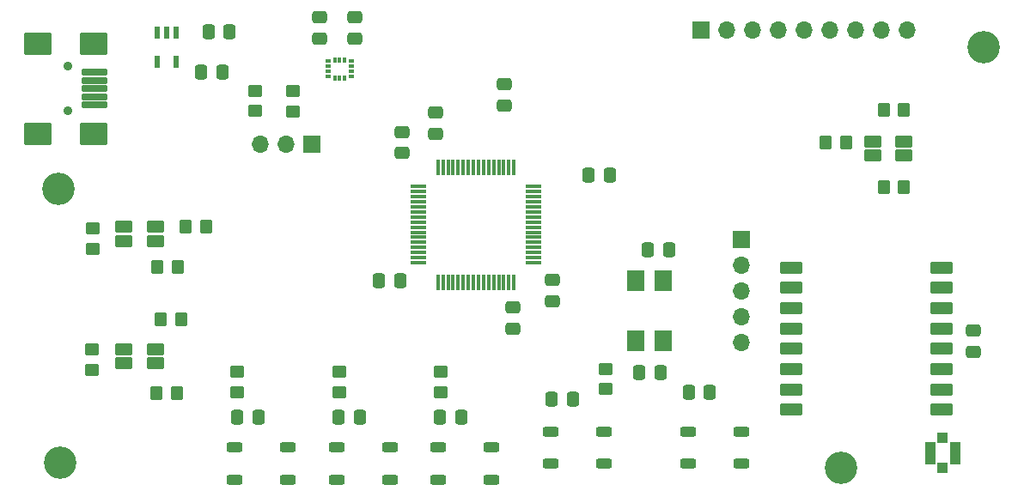
<source format=gts>
%TF.GenerationSoftware,KiCad,Pcbnew,8.0.4-8.0.4-0~ubuntu24.04.1*%
%TF.CreationDate,2024-07-23T16:28:14+10:00*%
%TF.ProjectId,lo_cate_pcb,6c6f5f63-6174-4655-9f70-63622e6b6963,rev?*%
%TF.SameCoordinates,Original*%
%TF.FileFunction,Soldermask,Top*%
%TF.FilePolarity,Negative*%
%FSLAX46Y46*%
G04 Gerber Fmt 4.6, Leading zero omitted, Abs format (unit mm)*
G04 Created by KiCad (PCBNEW 8.0.4-8.0.4-0~ubuntu24.04.1) date 2024-07-23 16:28:14*
%MOMM*%
%LPD*%
G01*
G04 APERTURE LIST*
G04 Aperture macros list*
%AMRoundRect*
0 Rectangle with rounded corners*
0 $1 Rounding radius*
0 $2 $3 $4 $5 $6 $7 $8 $9 X,Y pos of 4 corners*
0 Add a 4 corners polygon primitive as box body*
4,1,4,$2,$3,$4,$5,$6,$7,$8,$9,$2,$3,0*
0 Add four circle primitives for the rounded corners*
1,1,$1+$1,$2,$3*
1,1,$1+$1,$4,$5*
1,1,$1+$1,$6,$7*
1,1,$1+$1,$8,$9*
0 Add four rect primitives between the rounded corners*
20,1,$1+$1,$2,$3,$4,$5,0*
20,1,$1+$1,$4,$5,$6,$7,0*
20,1,$1+$1,$6,$7,$8,$9,0*
20,1,$1+$1,$8,$9,$2,$3,0*%
G04 Aperture macros list end*
%ADD10RoundRect,0.250000X0.525000X0.250000X-0.525000X0.250000X-0.525000X-0.250000X0.525000X-0.250000X0*%
%ADD11R,1.700000X2.100000*%
%ADD12RoundRect,0.250000X-0.475000X0.337500X-0.475000X-0.337500X0.475000X-0.337500X0.475000X0.337500X0*%
%ADD13RoundRect,0.102000X-0.750000X-0.450000X0.750000X-0.450000X0.750000X0.450000X-0.750000X0.450000X0*%
%ADD14RoundRect,0.250000X0.450000X-0.350000X0.450000X0.350000X-0.450000X0.350000X-0.450000X-0.350000X0*%
%ADD15R,1.700000X1.700000*%
%ADD16O,1.700000X1.700000*%
%ADD17RoundRect,0.250000X-0.337500X-0.475000X0.337500X-0.475000X0.337500X0.475000X-0.337500X0.475000X0*%
%ADD18RoundRect,0.250000X0.475000X-0.337500X0.475000X0.337500X-0.475000X0.337500X-0.475000X-0.337500X0*%
%ADD19RoundRect,0.250000X-0.350000X-0.450000X0.350000X-0.450000X0.350000X0.450000X-0.350000X0.450000X0*%
%ADD20RoundRect,0.250000X0.350000X0.450000X-0.350000X0.450000X-0.350000X-0.450000X0.350000X-0.450000X0*%
%ADD21RoundRect,0.102000X-0.975000X-0.525000X0.975000X-0.525000X0.975000X0.525000X-0.975000X0.525000X0*%
%ADD22RoundRect,0.102000X0.975000X0.525000X-0.975000X0.525000X-0.975000X-0.525000X0.975000X-0.525000X0*%
%ADD23R,0.584200X0.304800*%
%ADD24R,0.304800X0.584200*%
%ADD25C,3.200000*%
%ADD26RoundRect,0.250000X0.337500X0.475000X-0.337500X0.475000X-0.337500X-0.475000X0.337500X-0.475000X0*%
%ADD27C,0.900000*%
%ADD28RoundRect,0.102000X-1.150000X0.250000X-1.150000X-0.250000X1.150000X-0.250000X1.150000X0.250000X0*%
%ADD29RoundRect,0.102000X-1.250000X1.000000X-1.250000X-1.000000X1.250000X-1.000000X1.250000X1.000000X0*%
%ADD30RoundRect,0.250000X-0.450000X0.350000X-0.450000X-0.350000X0.450000X-0.350000X0.450000X0.350000X0*%
%ADD31R,0.990600X0.990600*%
%ADD32R,1.041400X2.209800*%
%ADD33R,0.508000X1.181100*%
%ADD34RoundRect,0.075000X0.700000X0.075000X-0.700000X0.075000X-0.700000X-0.075000X0.700000X-0.075000X0*%
%ADD35RoundRect,0.075000X0.075000X0.700000X-0.075000X0.700000X-0.075000X-0.700000X0.075000X-0.700000X0*%
G04 APERTURE END LIST*
D10*
%TO.C,SW4*%
X134525000Y-120800000D03*
X129275000Y-120800000D03*
X134525000Y-117600000D03*
X129275000Y-117600000D03*
%TD*%
D11*
%TO.C,Y1*%
X161500000Y-107025000D03*
X161500000Y-101125000D03*
X158800000Y-101125000D03*
X158800000Y-107025000D03*
%TD*%
D12*
%TO.C,C8*%
X127600000Y-75175000D03*
X127600000Y-77250000D03*
%TD*%
D13*
%TO.C,D1*%
X108350000Y-109300000D03*
X108350000Y-107900000D03*
X111450000Y-109300000D03*
X111450000Y-107900000D03*
%TD*%
D14*
%TO.C,R12*%
X129525000Y-112100000D03*
X129525000Y-110100000D03*
%TD*%
%TO.C,R1*%
X155775000Y-111812500D03*
X155775000Y-109812500D03*
%TD*%
D15*
%TO.C,J3*%
X165250000Y-76375000D03*
D16*
X167790000Y-76375000D03*
X170330000Y-76375000D03*
X172870000Y-76375000D03*
X175410000Y-76375000D03*
X177950000Y-76375000D03*
X180490000Y-76375000D03*
X183030000Y-76375000D03*
X185570000Y-76375000D03*
%TD*%
D17*
%TO.C,C12*%
X133487500Y-101100000D03*
X135562500Y-101100000D03*
%TD*%
D18*
%TO.C,C3*%
X192025000Y-108137500D03*
X192025000Y-106062500D03*
%TD*%
D19*
%TO.C,R2*%
X177500000Y-87500000D03*
X179500000Y-87500000D03*
%TD*%
D12*
%TO.C,C7*%
X131100000Y-75175000D03*
X131100000Y-77250000D03*
%TD*%
D14*
%TO.C,R11*%
X139525000Y-112100000D03*
X139525000Y-110100000D03*
%TD*%
%TO.C,R8*%
X105300000Y-98000000D03*
X105300000Y-96000000D03*
%TD*%
D17*
%TO.C,C17*%
X116687501Y-76566850D03*
X118762501Y-76566850D03*
%TD*%
D15*
%TO.C,J1*%
X169200000Y-97040000D03*
D16*
X169200000Y-99580000D03*
X169200000Y-102120000D03*
X169200000Y-104660000D03*
X169200000Y-107200000D03*
%TD*%
D20*
%TO.C,R4*%
X185200000Y-84300000D03*
X183200000Y-84300000D03*
%TD*%
D14*
%TO.C,R7*%
X105200000Y-109900000D03*
X105200000Y-107900000D03*
%TD*%
D19*
%TO.C,R10*%
X114400000Y-95800000D03*
X116400000Y-95800000D03*
%TD*%
%TO.C,R6*%
X111952200Y-104965000D03*
X113952200Y-104965000D03*
%TD*%
D21*
%TO.C,U6*%
X174125000Y-99850000D03*
X174125000Y-101850000D03*
X174125000Y-103850000D03*
X174125000Y-105850000D03*
X174125000Y-107850000D03*
X174125000Y-109850000D03*
X174125000Y-111850000D03*
X174125000Y-113850000D03*
D22*
X188925000Y-113850000D03*
X188925000Y-111850000D03*
X188925000Y-109850000D03*
X188925000Y-107850000D03*
X188925000Y-105850000D03*
X188925000Y-103850000D03*
X188925000Y-101850000D03*
X188925000Y-99850000D03*
%TD*%
D23*
%TO.C,U2*%
X130755700Y-81000001D03*
X130755700Y-80500000D03*
X130755700Y-80000000D03*
X130755700Y-79499999D03*
D24*
X130099999Y-79335600D03*
X129600000Y-79335600D03*
X129100001Y-79335600D03*
D23*
X128444300Y-79499999D03*
X128444300Y-80000000D03*
X128444300Y-80500000D03*
X128444300Y-81000001D03*
D24*
X129100001Y-81164400D03*
X129600000Y-81164400D03*
X130099999Y-81164400D03*
%TD*%
D25*
%TO.C,H2*%
X101900000Y-92100000D03*
%TD*%
D26*
%TO.C,C6*%
X121562500Y-114600000D03*
X119487500Y-114600000D03*
%TD*%
D25*
%TO.C,H4*%
X102025000Y-119100000D03*
%TD*%
D18*
%TO.C,C15*%
X139025000Y-86637500D03*
X139025000Y-84562500D03*
%TD*%
D10*
%TO.C,SW3*%
X144525000Y-120800000D03*
X139275000Y-120800000D03*
X144525000Y-117600000D03*
X139275000Y-117600000D03*
%TD*%
D25*
%TO.C,H1*%
X193025000Y-78100000D03*
%TD*%
D12*
%TO.C,C9*%
X150525000Y-101062500D03*
X150525000Y-103137500D03*
%TD*%
D19*
%TO.C,R9*%
X111625000Y-99800000D03*
X113625000Y-99800000D03*
%TD*%
D18*
%TO.C,C11*%
X146625000Y-105837500D03*
X146625000Y-103762500D03*
%TD*%
D17*
%TO.C,C16*%
X115937501Y-80566850D03*
X118012501Y-80566850D03*
%TD*%
D26*
%TO.C,C4*%
X141562500Y-114600000D03*
X139487500Y-114600000D03*
%TD*%
D27*
%TO.C,J2*%
X102825000Y-79980000D03*
X102825000Y-84380000D03*
D28*
X105475000Y-80580000D03*
X105475000Y-81380000D03*
X105475000Y-82180000D03*
X105475000Y-82980000D03*
X105475000Y-83780000D03*
D29*
X105375000Y-77730000D03*
X105375000Y-86630000D03*
X99875000Y-86630000D03*
X99875000Y-77730000D03*
%TD*%
D30*
%TO.C,R15*%
X121300000Y-82400000D03*
X121300000Y-84400000D03*
%TD*%
D31*
%TO.C,U8*%
X189025000Y-116649998D03*
D32*
X187775000Y-118124999D03*
D31*
X189025000Y-119600000D03*
D32*
X190275000Y-118124999D03*
%TD*%
D15*
%TO.C,J4*%
X126890000Y-87700000D03*
D16*
X124350000Y-87700000D03*
X121810000Y-87700000D03*
%TD*%
D25*
%TO.C,H3*%
X179025000Y-119600000D03*
%TD*%
D20*
%TO.C,R3*%
X185200000Y-91900000D03*
X183200000Y-91900000D03*
%TD*%
D19*
%TO.C,R5*%
X111552200Y-112215000D03*
X113552200Y-112215000D03*
%TD*%
D26*
%TO.C,C1*%
X152562500Y-112812500D03*
X150487500Y-112812500D03*
%TD*%
D13*
%TO.C,D2*%
X182100000Y-88800000D03*
X182100000Y-87400000D03*
X185200000Y-88800000D03*
X185200000Y-87400000D03*
%TD*%
%TO.C,D3*%
X108350000Y-97200000D03*
X108350000Y-95800000D03*
X111450000Y-97200000D03*
X111450000Y-95800000D03*
%TD*%
D17*
%TO.C,C19*%
X159987500Y-98100000D03*
X162062500Y-98100000D03*
%TD*%
D18*
%TO.C,C10*%
X145825000Y-83837500D03*
X145825000Y-81762500D03*
%TD*%
D10*
%TO.C,SW5*%
X124525000Y-120800000D03*
X119275000Y-120800000D03*
X124525000Y-117600000D03*
X119275000Y-117600000D03*
%TD*%
%TO.C,SW1*%
X169150000Y-119200000D03*
X163900000Y-119200000D03*
X169150000Y-116000000D03*
X163900000Y-116000000D03*
%TD*%
D14*
%TO.C,R13*%
X119525000Y-112100000D03*
X119525000Y-110100000D03*
%TD*%
D26*
%TO.C,C14*%
X156212500Y-90750000D03*
X154137500Y-90750000D03*
%TD*%
D30*
%TO.C,R14*%
X125000000Y-82450000D03*
X125000000Y-84450000D03*
%TD*%
D33*
%TO.C,U7*%
X113475001Y-76633150D03*
X112525000Y-76633150D03*
X111574999Y-76633150D03*
X111574999Y-79566850D03*
X113475001Y-79566850D03*
%TD*%
D12*
%TO.C,C13*%
X135775000Y-86462500D03*
X135775000Y-88537500D03*
%TD*%
D10*
%TO.C,SW2*%
X155650000Y-119200000D03*
X150400000Y-119200000D03*
X155650000Y-116000000D03*
X150400000Y-116000000D03*
%TD*%
D26*
%TO.C,C2*%
X166062500Y-112100000D03*
X163987500Y-112100000D03*
%TD*%
D34*
%TO.C,U1*%
X148700000Y-99350000D03*
X148700000Y-98850000D03*
X148700000Y-98350000D03*
X148700000Y-97850000D03*
X148700000Y-97350000D03*
X148700000Y-96850000D03*
X148700000Y-96350000D03*
X148700000Y-95850000D03*
X148700000Y-95350000D03*
X148700000Y-94850000D03*
X148700000Y-94350000D03*
X148700000Y-93850000D03*
X148700000Y-93350000D03*
X148700000Y-92850000D03*
X148700000Y-92350000D03*
X148700000Y-91850000D03*
D35*
X146775000Y-89925000D03*
X146275000Y-89925000D03*
X145775000Y-89925000D03*
X145275000Y-89925000D03*
X144775000Y-89925000D03*
X144275000Y-89925000D03*
X143775000Y-89925000D03*
X143275000Y-89925000D03*
X142775000Y-89925000D03*
X142275000Y-89925000D03*
X141775000Y-89925000D03*
X141275000Y-89925000D03*
X140775000Y-89925000D03*
X140275000Y-89925000D03*
X139775000Y-89925000D03*
X139275000Y-89925000D03*
D34*
X137350000Y-91850000D03*
X137350000Y-92350000D03*
X137350000Y-92850000D03*
X137350000Y-93350000D03*
X137350000Y-93850000D03*
X137350000Y-94350000D03*
X137350000Y-94850000D03*
X137350000Y-95350000D03*
X137350000Y-95850000D03*
X137350000Y-96350000D03*
X137350000Y-96850000D03*
X137350000Y-97350000D03*
X137350000Y-97850000D03*
X137350000Y-98350000D03*
X137350000Y-98850000D03*
X137350000Y-99350000D03*
D35*
X139275000Y-101275000D03*
X139775000Y-101275000D03*
X140275000Y-101275000D03*
X140775000Y-101275000D03*
X141275000Y-101275000D03*
X141775000Y-101275000D03*
X142275000Y-101275000D03*
X142775000Y-101275000D03*
X143275000Y-101275000D03*
X143775000Y-101275000D03*
X144275000Y-101275000D03*
X144775000Y-101275000D03*
X145275000Y-101275000D03*
X145775000Y-101275000D03*
X146275000Y-101275000D03*
X146775000Y-101275000D03*
%TD*%
D26*
%TO.C,C18*%
X161187500Y-110200000D03*
X159112500Y-110200000D03*
%TD*%
%TO.C,C5*%
X131562500Y-114600000D03*
X129487500Y-114600000D03*
%TD*%
M02*

</source>
